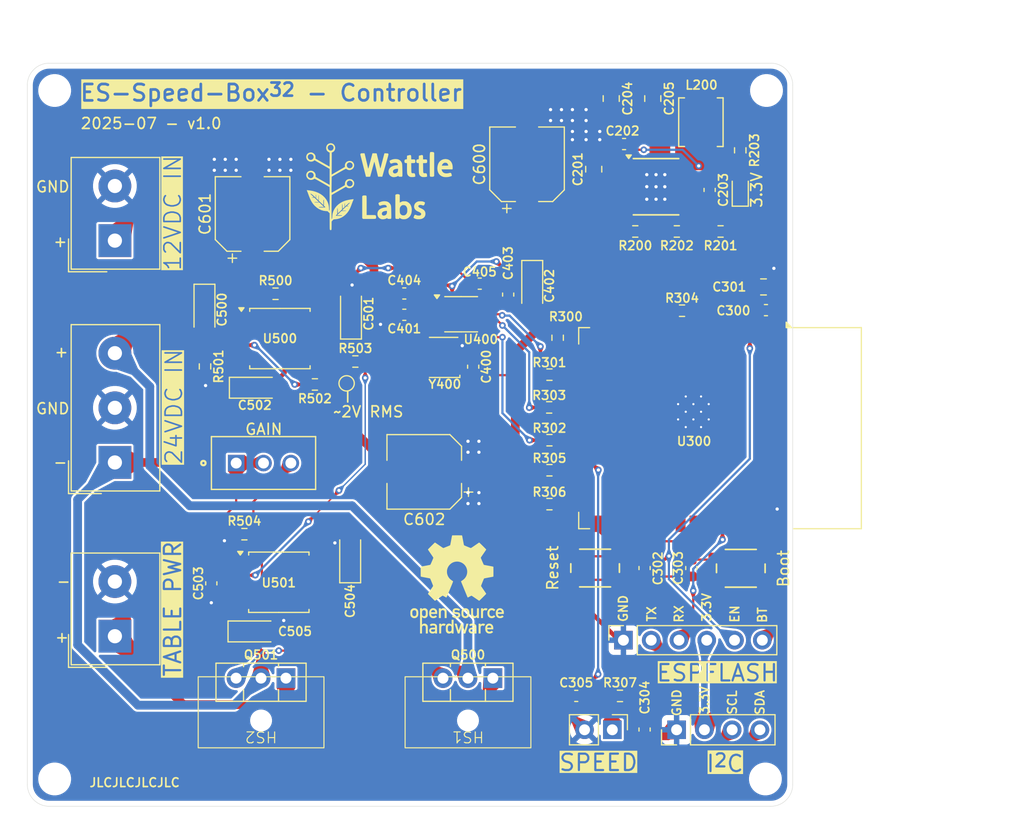
<source format=kicad_pcb>
(kicad_pcb (version 20241229) (generator "pcbnew") (generator_version "9.0")
  (title_block (company "Wattle Labs"))
  (layers (0 "F.Cu" signal "Front") (2 "B.Cu" signal "Back") (13 "F.Paste" user) (15 "B.Paste" user) (5 "F.SilkS" user "F.Silkscreen") (7 "B.SilkS" user "B.Silkscreen") (1 "F.Mask" user) (3 "B.Mask" user) (25 "Edge.Cuts" user))
  (property "DESIGNER" "Colin Williams")
  (property "PROJECT" "ES-Speed-Box^{32} - Controller")
  (property "STATUS" "PRELIM")
  (net 0 "")
  (net 1 "+24VDC")
  (net 2 "GND")
  (net 3 "+12VDC")
  (net 4 "Net-(U200-BST)")
  (net 5 "Net-(U200-SW)")
  (net 6 "Net-(U200-SS)")
  (net 7 "+3.3VDC")
  (net 8 "/MCU - ESP32S3/ENABLE")
  (net 9 "/MCU - ESP32S3/BOOT")
  (net 10 "/MCU - ESP32S3/ESP_TXD")
  (net 11 "/MCU - ESP32S3/ESP_RXD")
  (net 12 "-24VDC")
  (net 13 "/IO - Power Connectors/POWER_AMP_OUT")
  (net 14 "AGND")
  (net 15 "Net-(Q500-B)")
  (net 16 "Net-(U200-RT{slash}CLK)")
  (net 17 "Net-(U200-FB)")
  (net 18 "/MCU - ESP32S3/I2C_SDA")
  (net 19 "/MCU - ESP32S3/I2C_SCL")
  (net 47 "Net-(U400-MCLK)")
  (net 48 "Net-(U400-VOUT)")
  (net 49 "/IO - AD9833 DDS/SPI_CLK")
  (net 50 "/IO - AD9833 DDS/SPI_MOSI")
  (net 51 "/IO - AD9833 DDS/SPI_CS")
  (net 52 "Net-(U400-COMP)")
  (net 53 "Net-(U400-CAP{slash}2.5V)")
  (net 54 "Net-(U500-OUT)")
  (net 55 "Net-(U500-IN+)")
  (net 58 "Net-(U500-IN-)")
  (net 63 "Net-(U501-IN+)")
  (net 64 "Net-(U501-IN-)")
  (net 65 "/IO - AD9833 DDS/DDS_OUT")
  (net 66 "Net-(D200-A)")
  (net 67 "/MCU - ESP32S3/SPEED")
  (net 69 "/MCU - ESP32S3/CS")
  (net 70 "/MCU - ESP32S3/MOSI")
  (net 71 "/MCU - ESP32S3/CLK")
  (footprint "MountingHole:MountingHole_2.5mm" (layer "F.Cu") (at 127.6 32.5)
    (property "Reference" "H2" (hide yes))
    (property "Value" "MountingHole" (hide yes))
  )
  (footprint "Capacitor_SMD:C_0603_1608Metric" (layer "F.Cu") (at 101.375002 50.175)
    (property "Reference" "C405")
    (property "Value" "10p")
  )
  (footprint "Capacitor_Tantalum_SMD:CP_EIA-3216-18_Kemet-A" (layer "F.Cu") (at 106.175002 50.375 -90)
    (property "Reference" "C402")
    (property "Value" "10u")
  )
  (footprint "Capacitor_SMD:C_0603_1608Metric" (layer "F.Cu") (at 114.575 37.4 180)
    (property "Reference" "C202")
    (property "Value" "100n")
  )
  (footprint "Capacitor_Tantalum_SMD:CP_EIA-3216-18_Kemet-A" (layer "F.Cu") (at 80.8 59.7)
    (property "Reference" "C502")
    (property "Value" "1u")
  )
  (footprint "Resistor_SMD:R_0603_1608Metric" (layer "F.Cu") (at 79.85 73.1 180)
    (property "Reference" "R504")
    (property "Value" "1k")
  )
  (footprint "Resistor_SMD:R_0603_1608Metric" (layer "F.Cu") (at 76.25 57.75 -90)
    (property "Reference" "R501")
    (property "Value" "1k")
  )
  (footprint "MountingHole:MountingHole_2.5mm" (layer "F.Cu") (at 62.5 32.5)
    (property "Reference" "H1" (hide yes))
    (property "Value" "MountingHole" (hide yes))
  )
  (footprint "Resistor_SMD:R_0603_1608Metric" (layer "F.Cu") (at 107.725 61.5 180)
    (property "Reference" "R303")
    (property "Value" "100")
  )
  (footprint "Resistor_SMD:R_0603_1608Metric" (layer "F.Cu") (at 123.4 45.4 180)
    (property "Reference" "R201")
    (property "Value" "69.8k")
  )
  (footprint "Capacitor_SMD:CP_Elec_6.3x7.7" (layer "F.Cu") (at 80.6 43.8 90)
    (property "Reference" "C601")
    (property "Value" "47u")
  )
  (footprint "Resistor_SMD:R_0603_1608Metric" (layer "F.Cu") (at 107.75 67.25)
    (property "Reference" "R305")
    (property "Value" "4k7")
  )
  (footprint "Resistor_SMD:R_0603_1608Metric" (layer "F.Cu") (at 82.7 51.1)
    (property "Reference" "R500")
    (property "Value" "1k")
  )
  (footprint "Wattle_Trimpots:PV36W103C01B00" (layer "F.Cu") (at 81.6 66.594293)
    (property "Reference" "RV500" (hide yes))
    (property "Value" "10k")
  )
  (footprint "Wattle_Heatsinks:V5629" (layer "F.Cu") (at 100.3 89.650001 180)
    (property "Reference" "HS1")
    (property "Value" "Heatsink")
  )
  (footprint "Resistor_SMD:R_0603_1608Metric" (layer "F.Cu") (at 90 57.3 180)
    (property "Reference" "R503")
    (property "Value" "0R")
  )
  (footprint "Package_TO_SOT_THT:TO-126-3_Vertical" (layer "F.Cu") (at 102.575 86.275002 180)
    (property "Reference" "Q500")
    (property "Value" "BD139")
  )
  (footprint "Wattle_Inductors:Bournes_SRP4020TA-4R7M" (layer "F.Cu") (at 121.6 35.4 90)
    (property "Reference" "L200")
    (property "Value" "4.7uH")
  )
  (footprint "Capacitor_SMD:C_0603_1608Metric" (layer "F.Cu") (at 116.45 76.2 -90)
    (property "Reference" "C302")
    (property "Value" "100n")
  )
  (footprint "Capacitor_SMD:C_0603_1608Metric" (layer "F.Cu") (at 120.725 76.2 -90)
    (property "Reference" "C303")
    (property "Value" "100n")
  )
  (footprint "Resistor_SMD:R_0603_1608Metric" (layer "F.Cu") (at 107.75 58.5 180)
    (property "Reference" "R301")
    (property "Value" "100")
  )
  (footprint "RF_Module:ESP32-S3-WROOM-1" (layer "F.Cu") (at 123.375 63.4 -90)
    (property "Reference" "U300")
    (property "Value" "ESP32-S3-WROOM-1")
  )
  (footprint "Resistor_SMD:R_0603_1608Metric" (layer "F.Cu") (at 115.6 45.4)
    (property "Reference" "R200")
    (property "Value" "200k")
  )
  (footprint "Wattle_Switches:PTS810" (layer "F.Cu") (at 125.25 76.225 180)
    (property "Reference" "SW301")
    (property "Value" "Boot")
  )
  (footprint "Capacitor_SMD:C_0603_1608Metric" (layer "F.Cu") (at 94.475001 51.075001)
    (property "Reference" "C404")
    (property "Value" "10n")
  )
  (footprint "Resistor_SMD:R_0603_1608Metric" (layer "F.Cu") (at 114.2 87.9)
    (property "Reference" "R307")
    (property "Value" "10k")
  )
  (footprint "MountingHole:MountingHole_2.5mm" (layer "F.Cu") (at 62.5 95.5)
    (property "Reference" "H3" (hide yes))
    (property "Value" "MountingHole" (hide yes))
  )
  (footprint "Capacitor_SMD:C_0603_1608Metric" (layer "F.Cu") (at 116.45 90.975 -90)
    (property "Reference" "C304")
    (property "Value" "100n")
  )
  (footprint "Capacitor_SMD:C_0805_2012Metric" (layer "F.Cu") (at 113.4 33.2375 -90)
    (property "Reference" "C204")
    (property "Value" "22u")
  )
  (footprint "Capacitor_Tantalum_SMD:CP_EIA-3216-18_Kemet-A" (layer "F.Cu") (at 89.525 75.225 90)
    (property "Reference" "C504")
    (property "Value" "1u")
  )
  (footprint "Capacitor_SMD:C_0603_1608Metric" (layer "F.Cu") (at 122.4 41.6 90)
    (property "Reference" "C203")
    (property "Value" "10n")
  )
  (footprint "Capacitor_SMD:C_0603_1608Metric" (layer "F.Cu") (at 127.55 52.6)
    (property "Reference" "C300")
    (property "Value" "100n")
  )
  (footprint "Package_SO:MSOP-10_3x3mm_P0.5mm" (layer "F.Cu") (at 99.675001 52.975)
    (property "Reference" "U400")
    (property "Value" "AD9833BRMZ")
  )
  (footprint "Capacitor_SMD:CP_Elec_6.3x7.7" (layer "F.Cu") (at 96.3 67.4 180)
    (property "Reference" "C602")
    (property "Value" "47u")
  )
  (footprint "Wattle_Regulators:AP64352QSP-13" (layer "F.Cu") (at 117.4975 41.305)
    (property "Reference" "U200" (hide yes))
    (property "Value" "AP64352Q")
  )
  (footprint "Resistor_SMD:R_0603_1608Metric" (layer "F.Cu") (at 107.75 70.35)
    (property "Reference" "R306")
    (property "Value" "4k7")
  )
  (footprint "Capacitor_SMD:C_0603_1608Metric" (layer "F.Cu") (at 94.475001 53.025 180)
    (property "Reference" "C401")
    (property "Value" "100n")
  )
  (footprint "Capacitor_SMD:CP_Elec_6.3x7.7" (layer "F.Cu") (at 105.7 39.25 90)
    (property "Reference" "C600")
    (property "Value" "47u")
  )
  (footprint "Wattle_Connectors:TerminalBlock_1x03_P5.00mm" (layer "F.Cu") (at 68.0075 66.5375 90)
    (property "Reference" "J601" (hide yes))
    (property "Value" "24VDC")
  )
  (footprint "Connector_PinHeader_2.54mm:PinHeader_1x02_P2.54mm_Vertical" (layer "F.Cu") (at 113.5 91 -90)
    (property "Reference" "J302")
    (property "Value" "Speed" (hide yes))
  )
  (footprint "Resistor_SMD:R_0603_1608Metric" (layer "F.Cu") (at 107.75 64.5 180)
    (property "Reference" "R302")
    (property "Value" "100")
  )
  (footprint "LED_SMD:LED_0603_1608Metric" (layer "F.Cu") (at 125.2 41.6 90)
    (property "Reference" "D200" (hide yes))
    (property "Value" "3.3V")
  )
  (footprint "Resistor_SMD:R_0603_1608Metric" (layer "F.Cu") (at 119.4 45.4 180)
    (property "Reference" "R202")
    (property "Value" "22.1k")
  )
  (footprint "Capacitor_SMD:C_0603_1608Metric" (layer "F.Cu") (at 76.825 77.6 -90)
    (property "Reference" "C503")
    (property "Value" "470n")
  )
  (footprint "Connector_PinSocket_2.54mm:PinSocket_1x06_P2.54mm_Vertical" (layer "F.Cu") (at 114.515 82.8 90)
    (property "Reference" "J300" (hide yes))
    (property "Value" "ESPFlash")
  )
  (footprint "Wattle_Switches:PTS810" (layer "F.Cu") (at 111.925 76.2 180)
    (property "Reference" "SW300")
    (property "Value" "Reset")
  )
  (footprint "Resistor_SMD:R_0603_1608Metric" (layer "F.Cu") (at 86.3 59.4 180)
    (property "Reference" "R502")
    (property "Value" "1k")
  )
  (footprint "Package_SO:SOIC-8_5.3x5.3mm_P1.27mm" (layer "F.Cu") (at 83 77.5)
    (property "Reference" "U501")
    (property "Value" "OPA604AU/2K5")
  )
  (footprint "Oscillator:Oscillator_SMD_EuroQuartz_XO32-4Pin_3.2x2.5mm" (layer "F.Cu") (at 98.074999 56.925 180)
    (property "Reference" "Y400")
    (property "Value" "24Mhz")
  )
  (footprint "Capacitor_SMD:C_0603_1608Metric" (layer "F.Cu") (at 103.975002 51.175 90)
    (property "Reference" "C403")
    (property "Value" "100n")
  )
  (footprint "Capacitor_Tantalum_SMD:CP_EIA-3216-18_Kemet-A" (layer "F.Cu") (at 80.675 82)
    (property "Reference" "C505")
    (property "Value" "1u")
  )
  (footprint "Capacitor_Tantalum_SMD:CP_EIA-3216-18_Kemet-A" (layer "F.Cu") (at 76.2 52.55 -90)
    (property "Reference" "C500")
    (property "Value" "10u")
  )
  (footprint "Wattle_Heatsinks:V5629" (layer "F.Cu") (at 81.377499 89.650001 180)
    (property "Reference" "HS2")
    (property "Value" "Heatsink")
  )
  (footprint "Wattle_Connectors:TerminalBlock_1x02_P5.00mm" (layer "F.Cu") (at 68.0075 82.437501 90)
    (property "Reference" "J602" (hide yes))
    (property "Value" "Turntable Power" (hide yes))
  )
  (footprint "LOGO" (layer "F.Cu") (at 92.2 41.3)
    (property "Reference" "G***" (hide yes))
    (property "Value" "LOGO" (hide yes))
  )
  (footprint "Capacitor_SMD:C_0603_1608Metric" (layer "F.Cu") (at 100.775001 57.775 90)
    (property "Reference" "C400")
    (property "Value" "100n")
  )
  (footprint "Resistor_SMD:R_0603_1608Metric" (layer "F.Cu") (at 125.2 37.975 -90)
    (property "Reference" "R203")
    (property "Value" "1k5")
  )
  (footprint "Capacitor_SMD:C_0805_2012Metric" (layer "F.Cu") (at 117.2 33.2375 -90)
    (property "Reference" "C205")
    (property "Value" "22u")
  )
  (footprint "NetTie:NetTie-2_SMD_Pad0.5mm" (layer "F.Cu") (at 99.675001 52.975)
    (property "Reference" "NT400" (hide yes))
    (property "Value" "NetTie_2" (hide yes))
  )
  (footprint "Connector_PinHeader_2.54mm:PinHeader_1x04_P2.54mm_Vertical" (layer "F.Cu") (at 119.38 91 90)
    (property "Reference" "J301")
    (property "Value" "I2C")
  )
  (footprint "LOGO" (layer "F.Cu") (at 99.3 77.7)
    (property "Reference" "G***" (hide yes))
    (property "Value" "LOGO" (hide yes))
  )
  (footprint "Package_TO_SOT_THT:TO-126-3_Vertical" (layer "F.Cu") (at 83.652499 86.275002 180)
    (property "Reference" "Q501")
    (property "Value" "BD140")
  )
  (footprint "Resistor_SMD:R_0603_1608Metric" (layer "F.Cu") (at 108.5 55.125 90)
    (property "Reference" "R300")
    (property "Value" "10k")
  )
  (footprint "Capacitor_SMD:C_0805_2012Metric" (layer "F.Cu") (at 127.325 50.475)
    (property "Reference" "C301")
    (property "Value" "22u")
  )
  (footprint "TestPoint:TestPoint_Pad_D1.0mm" (layer "F.Cu") (at 89.2 59.3 90)
    (property "Reference" "TP500" (hide yes))
    (property "Value" "~2V RMS")
  )
  (footprint "Capacitor_Tantalum_SMD:CP_EIA-3216-18_Kemet-A" (layer "F.Cu") (at 89.6 52.925 90)
    (property "Reference" "C501")
    (property "Value" "1u")
  )
  (footprint "Resistor_SMD:R_0603_1608Metric" (layer "F.Cu") (at 119.875 52.65 180)
    (property "Reference" "R304")
    (property "Value" "10k")
  )
  (footprint "MountingHole:MountingHole_2.5mm" (layer "F.Cu") (at 127.5 95.5)
    (property "Reference" "H4" (hide yes))
    (property "Value" "MountingHole" (hide yes))
  )
  (footprint "Wattle_Connectors:TerminalBlock_1x02_P5.00mm" (layer "F.Cu") (at 68.0075 46.2375 90)
    (property "Reference" "J600" (hide yes))
    (property "Value" "12VDC" (hide yes))
  )
  (footprint "Package_SO:SOIC-8_5.3x5.3mm_P1.27mm" (layer "F.Cu") (at 83.1 55.2)
    (property "Reference" "U500")
    (property "Value" "OPA604AU/2K5")
  )
  (footprint "Capacitor_SMD:C_0603_1608Metric" (layer "F.Cu") (at 110.2 87.9 180)
    (property "Reference" "C305")
    (property "Value" "100n")
  )
  (footprint "Capacitor_SMD:C_0805_2012Metric" (layer "F.Cu") (at 111.8 39.7 90)
    (property "Reference" "C201")
    (property "Value" "22u")
  )
  (gr_line (start 89.3 61) (end 89.3 60) (stroke (width 0.1524)) (layer "F.SilkS"))
  (gr_line (start 62 30) (end 128 30) (stroke (width 0.0381)) (layer "Edge.Cuts"))
  (gr_arc (start 62 98) (mid 60.585786 97.414214) (end 60 96) (stroke (width 0.0381)) (layer "Edge.Cuts"))
  (gr_line (start 130 32) (end 130 96) (stroke (width 0.0381)) (layer "Edge.Cuts"))
  (gr_arc (start 130 96) (mid 129.414214 97.414214) (end 128 98) (stroke (width 0.0381)) (layer "Edge.Cuts"))
  (gr_arc (start 60 32) (mid 60.585786 30.585786) (end 62 30) (stroke (width 0.0381)) (layer "Edge.Cuts"))
  (gr_line (start 60 96) (end 60 32) (stroke (width 0.0381)) (layer "Edge.Cuts"))
  (gr_line (start 128 98) (end 62 98) (stroke (width 0.0381)) (layer "Edge.Cuts"))
  (gr_arc (start 128 30) (mid 129.414214 30.585786) (end 130 32) (stroke (width 0.0381)) (layer "Edge.Cuts"))
  (gr_text "+" (at 62.4 57 0) (layer "F.SilkS") (effects (font (size 1 1)) (justify left bottom)))
  (gr_text "GND" (at 114.5 79.9 90) (layer "F.SilkS") (effects (font (size 0.8 0.8))))
  (gr_text "+" (at 62.3 46.9 0) (layer "F.SilkS") (effects (font (size 1 1)) (justify left bottom)))
  (gr_text "GND" (at 60.7 62.2 0) (layer "F.SilkS") (effects (font (size 1 1)) (justify left bottom)))
  (gr_text "EN" (at 124.7 80.4 90) (layer "F.SilkS") (effects (font (size 0.8 0.8))))
  (gr_text "BT" (at 127.225 80.5 90) (layer "F.SilkS") (effects (font (size 0.8 0.8))))
  (gr_text "RX" (at 119.6 80.4 90) (layer "F.SilkS") (effects (font (size 0.8 0.8))))
  (gr_text "JLCJLCJLCJLC" (at 65.6 96.3 0) (layer "F.SilkS") (effects (font (size 0.8 0.8)) (justify left bottom)))
  (gr_text "GND" (at 119.4 88.525 90) (layer "F.SilkS") (effects (font (size 0.8 0.8))))
  (gr_text "TX" (at 117.1 80.4 90) (layer "F.SilkS") (effects (font (size 0.8 0.8))))
  (gr_text "SDA" (at 127 88.5 90) (layer "F.SilkS") (effects (font (size 0.8 0.8))))
  (gr_text "GND" (at 60.7 41.9 0) (layer "F.SilkS") (effects (font (size 1 1)) (justify left bottom)))
  (gr_text "3.3V" (at 121.925 88.3 90) (layer "F.SilkS") (effects (font (size 0.8 0.8))))
  (gr_text "3.3V" (at 122.125 79.8 90) (layer "F.SilkS") (effects (font (size 0.8 0.8))))
  (gr_text "ES-Speed-Box^{32} - Controller" (at 64.7 33.6 0) (layer "F.SilkS" knockout) (effects (font (size 1.5 1.5) (thickness 0.25) (bold yes)) (justify left bottom)))
  (gr_text "-" (at 62.6 78 0) (layer "F.SilkS") (effects (font (size 1 1)) (justify left bottom)))
  (gr_text "+" (at 62.45 83.1 0) (layer "F.SilkS") (effects (font (size 1 1)) (justify left bottom)))
  (gr_text "-" (at 62.3 67.1 0) (layer "F.SilkS") (effects (font (size 1 1)) (justify left bottom)))
  (gr_text "2025-07 - v1.0" (at 64.8 36.1 0) (layer "F.SilkS") (effects (font (size 1 1)) (justify left bottom)))
  (gr_text "SCL" (at 124.475 88.5 90) (layer "F.SilkS") (effects (font (size 0.8 0.8))))
  (segment (start 86.5875 76.865) (end 88.8875 76.865) (width 0.6) (layer "F.Cu") (net 1))
  (segment (start 89.525 76.5775) (end 90.5975 76.5775) (width 0.2) (layer "F.Cu") (net 1))
  (segment (start 91.7 52.1775) (end 91.7 48.675793) (width 0.8) (layer "F.Cu") (net 1))
  (segment (start 90.873207 47.849) (end 76.351 47.849) (width 0.8) (layer "F.Cu") (net 1))
  (segment (start 88.8875 76.865) (end 89.5 76.2525) (width 0.6) (layer "F.Cu") (net 1))
  (segment (start 68 56.2) (end 68 57.284576) (width 0.8) (layer "F.Cu") (net 1))
  (segment (start 100.295001 86.275001) (end 100.295001 86.275002) (width 0.2) (layer "F.Cu") (net 1))
  (segment (start 91.7 48.675793) (end 90.873207 47.849) (width 0.8) (layer "F.Cu") (net 1))
  (segment (start 76.351 47.849) (end 68 56.2) (width 0.8) (layer "F.Cu") (net 1))
  (segment (start 89.3125 54.565) (end 89.6 54.2775) (width 0.4) (layer "F.Cu") (net 1))
  (segment (start 86.6875 54.565) (end 89.3125 54.565) (width 0.6) (layer "F.Cu") (net 1))
  (segment (start 89.6 54.2775) (end 91.7 52.1775) (width 0.8) (layer "F.Cu") (net 1))
  (segment (start 90.5975 76.5775) (end 100.295001 86.275001) (width 0.2) (layer "F.Cu") (net 1))
  (segment (start 71.2 59.6) (end 71.2 66.85) (width 0.8) (layer "B.Cu") (net 1))
  (segment (start 68.1375 56.5375) (end 71.2 59.6) (width 0.8) (layer "B.Cu") (net 1))
  (segment (start 68 56.5375) (end 68.1375 56.5375) (width 0.8) (layer "B.Cu") (net 1))
  (segment (start 100.295001 81.095001) (end 100.295001 86.275002) (width 0.8) (layer "B.Cu") (net 1))
  (segment (start 89.7 70.5) (end 100.295001 81.095001) (width 0.8) (layer "B.Cu") (net 1))
  (segment (start 71.2 66.85) (end 74.85 70.5) (width 0.8) (layer "B.Cu") (net 1))
  (segment (start 74.85 70.5) (end 89.7 70.5) (width 0.8) (layer "B.Cu") (net 1))
  (segment (start 82.0275 82) (end 82.35 82) (width 0.127) (layer "F.Cu") (net 2))
  (segment (start 89.7 50.5) (end 89.6 50.6) (width 0.4) (layer "F.Cu") (net 2))
  (segment (start 125.2 42.587501) (end 124.162501 42.587501) (width 0.2) (layer "F.Cu") (net 2))
  (segment (start 128.275 52.55) (end 128.325 52.6) (width 0.6) (layer "F.Cu") (net 2))
  (segment (start 89.1275 51.1) (end 89.6 51.5725) (width 0.4) (layer "F.Cu") (net 2))
  (segment (start 79.025 73.1) (end 78.625 73.1) (width 0.4) (layer "F.Cu") (net 2))
  (segment (start 98.85 55.85) (end 98.850001 53.300003) (width 0.2) (layer "F.Cu") (net 2))
  (segment (start 128.635 54.65) (end 128.635 52.91) (width 0.8) (layer "F.Cu") (net 2))
  (segment (start 128.635 70.86) (end 128.635 72.15) (width 0.4) (layer "F.Cu") (net 2))
  (segment (start 114.4856 76.975) (end 114.185601 77.274999) (width 0.2) (layer "F.Cu") (net 2))
  (segment (start 89.175 73.8725) (end 89.5 73.5475) (width 0.4) (layer "F.Cu") (net 2))
  (segment (start 100.775 57) (end 100.775001 56.85) (width 0.2) (layer "F.Cu") (net 2))
  (segment (start 128.275 50.475) (end 128.275 52.55) (width 0.8) (layer "F.Cu") (net 2))
  (segment (start 89.7 50.3) (end 89.7 50.5) (width 0.4) (layer "F.Cu") (net 2))
  (segment (start 121.2 76.975) (end 121.499999 77.274999) (width 0.4) (layer "F.Cu") (net 2))
  (segment (start 83.525 58.3275) (end 83.525 51.1) (width 0.4) (layer "F.Cu") (net 2))
  (segment (start 128.035601 77.274999) (end 123.514399 77.274999) (width 0.2) (layer "F.Cu") (net 2))
  (segment (start 98.675004 53.475) (end 97.562501 53.475) (width 0.2) (layer "F.Cu") (net 2))
  (segment (start 122.964399 77.274999) (end 122.989399 77.299999) (width 0.2) (layer "F.Cu") (net 2))
  (segment (start 124.162501 42.587501) (end 122.4 40.825) (width 0.2) (layer "F.Cu") (net 2))
  (segment (start 83.35 81) (end 83.45 81) (width 0.4) (layer "F.Cu") (net 2))
  (segment (start 78.625 73.1) (end 78.025 73.7) (width 0.4) (layer "F.Cu") (net 2))
  (segment (start 82.1525 59.7) (end 83.525 58.3275) (width 0.4) (layer "F.Cu") (net 2))
  (segment (start 114.185601 77.274999) (end 109.664399 77.274999) (width 0.2) (layer "F.Cu") (net 2))
  (segment (start 99.175003 52.975) (end 98.675004 53.475) (width 0.2) (layer "F.Cu") (net 2))
  (segment (start 88.4225 73.8725) (end 89.175 73.8725) (width 0.4) (layer "F.Cu") (net 2))
  (segment (start 121.224999 77.274999) (end 120.925 76.975) (width 0.2) (layer "F.Cu") (net 2))
  (segment (start 99.775002 55.85) (end 98.85 55.85) (width 0.2) (layer "F.Cu") (net 2))
  (segment (start 88.395 73.9) (end 88.4225 73.8725) (width 0.4) (layer "F.Cu") (net 2))
  (segment (start 76.825 78.375) (end 76.825 79.375) (width 0.4) (layer "F.Cu") (net 2))
  (segment (start 93.700001 53.025) (end 93.175 53.025) (width 0.2) (layer "F.Cu") (net 2))
  (segment (start 120.725 76.975) (end 121.2 76.975) (width 0.2) (layer "F.Cu") (net 2))
  (segment (start 109.664399 78.374399) (end 109.664399 77.274999) (width 0.4) (layer "F.Cu") (net 2))
  (segment (start 116.45 91.75) (end 118.63 91.75) (width 0.4) (layer "F.Cu") (net 2))
  (segment (start 118.63 91.75) (end 119.38 91) (width 0.4) (layer "F.Cu") (net 2))
  (segment (start 128.275 50.475) (end 128.275 48.775) (width 0.8) (layer "F.Cu") (net 2))
  (segment (start 93.175 53.025) (end 92.3 53.9) (width 0.2) (layer "F.Cu") (net 2))
  (segment (start 116.45 76.975) (end 114.4856 76.975) (width 0.2) (layer "F.Cu") (net 2))
  (segment (start 128.575 70.8) (end 128.635 70.86) (width 0.4) (layer "F.Cu") (net 2))
  (segment (start 76.25 58.575) (end 76.25 59.45) (width 0.4) (layer "F.Cu") (net 2))
  (segment (start 128.635 52.91) (end 128.325 52.6) (width 0.8) (layer "F.Cu") (net 2))
  (segment (start 83.525 51.1) (end 89.1275 51.1) (width 0.4) (layer "F.Cu") (net 2))
  (segment (start 120.725 76.975) (end 116.45 76.975) (width 0.2) (layer "F.Cu") (net 2))
  (segment (start 114.515 83.225) (end 109.664399 78.374399) (width 0.4) (layer "F.Cu") (net 2))
  (segment (start 120.925 76.975) (end 120.725 76.975) (width 0.2) (layer "F.Cu") (net 2))
  (segment (start 82.35 82) (end 83.35 81) (width 0.4) (layer "F.Cu") (net 2))
  (segment (start 89.6 50.6) (end 89.6 51.5725) (width 0.4) (layer "F.Cu") (net 2))
  (segment (start 76.25 59.45) (end 76.3 59.5) (width 0.4) (layer "F.Cu") (net 2))
  (segment (start 100.775001 56.85) (end 99.775002 55.85) (width 0.2) (layer "F.Cu") (net 2))
  (segment (start 121.499999 77.274999) (end 122.964399 77.274999) (width 0.2) (layer "F.Cu") (net 2))
  (segment (start 109.425 89.465) (end 110.96 91) (width 0.4) (layer "F.Cu") (net 2))
  (segment (start 88.125 73.9) (end 88.395 73.9) (width 0.4) (layer "F.Cu") (net 2))
  (segment (start 98.850001 53.300003) (end 99.175003 52.975) (width 0.2) (layer "F.Cu") (net 2))
  (segment (start 109.425 87.9) (end 109.425 89.465) (width 0.4) (layer "F.Cu") (net 2))
  (via (at 100.3 65.6) (size 0.6) (drill 0.3) (layers "F.Cu" "B.Cu") (net 2))
  (via (at 77.1 38.8) (size 0.6) (drill 0.3) (layers "F.Cu" "B.Cu") (net 2))
  (via (at 84.1 39.8) (size 0.6) (drill 0.3) (layers "F.Cu" "B.Cu") (net 2))
  (via (at 117.4975 40.2) (size 0.6) (drill 0.3) (layers "F.Cu" "B.Cu") (net 2))
  (via (at 128.275 48.775) (size 0.6) (drill 0.3) (layers "F.Cu" "B.Cu") (net 2))
  (via (at 82.1 38.8) (size 0.6) (drill 0.3) (layers "F.Cu" "B.Cu") (net 2))
  (via (at 118.3 42.45) (size 0.6) (drill 0.3) (layers "F.Cu" "B.Cu") (net 2))
  (via (at 111.1 35.25) (size 0.6) (drill 0.3) (layers "F.Cu" "B.Cu") (net 2))
  (via (at 109.85 36.25) (size 0.6) (drill 0.3) (layers "F.Cu" "B.Cu") (net 2))
  (via (at 101.3 64.6) (size 0.6) (drill 0.3) (layers "F.Cu" "B.Cu") (net 2))
  (via (at 78.1 38.8) (size 0.6) (drill 0.3) (layers "F.Cu" "B.Cu") (net 2))
  (via (at 83.1 39.8) (size 0.6) (drill 0.3) (layers "F.Cu" "B.Cu") (net 2))
  (via (at 88.125 73.9) (size 0.6) (drill 0.3) (layers "F.Cu" "B.Cu") (net 2))
  (via (at 111.1 34.25) (size 0.6) (drill 0.3) (layers "F.Cu" "B.Cu") (net 2))
  (via (at 108.85 34.25) (size 0.6) (drill 0.3) (layers "F.Cu" "B.Cu") (net 2))
  (via (at 89.7 50.3) (size 0.6) (drill 0.3) (layers "F.Cu" "B.Cu") (net 2))
  (via (at 128.575 70.8) (size 0.6) (drill 0.3) (layers "F.Cu" "B.Cu") (net 2))
  (via (at 83.1 38.8) (size 0.6) (drill 0.3) (layers "F.Cu" "B.Cu") (net 2))
  (via (at 109.85 35.25) (size 0.6) (drill 0.3) (layers "F.Cu" "B.Cu") (net 2))
  (via (at 99.775002 55.85) (size 0.6) (drill 0.3) (layers "F.Cu" "B.Cu") (net 2))
  (via (at 78.1 39.8) (size 0.6) (drill 0.3) (layers "F.Cu" "B.Cu") (net 2))
  (via (at 117.4975 41.305) (size 0.6) (drill 0.3) (layers "F.Cu" "B.Cu") (net 2))
  (via (at 77.1 39.8) (size 0.6) (drill 0.3) (layers "F.Cu" "B.Cu") (net 2))
  (via (at 116.65 42.45) (size 0.6) (drill 0.3) (layers "F.Cu" "B.Cu") (net 2))
  (via (at 79.1 39.8) (size 0.6) (drill 0.3) (layers "F.Cu" "B.Cu") (net 2))
  (via (at 109.85 37) (size 0.6) (drill 0.3) (layers "F.Cu" "B.Cu") (net 2))
  (via (at 116.65 40.2) (size 0.6) (drill 0.3) (layers "F.Cu" "B.Cu") (net 2))
  (via (at 78.025 73.7) (size 0.6) (drill 0.3) (layers "F.Cu" "B.Cu") (net 2))
  (via (at 111.1 37) (size 0.6) (drill 0.3) (layers "F.Cu" "B.Cu") (net 2))
  (via (at 107.85 34.25) (size 0.6) (drill 0.3) (layers "F.Cu" "B.Cu") (net 2))
  (via (at 76.3 59.5) (size 0.6) (drill 0.3) (layers "F.Cu" "B.Cu") (net 2))
  (via (at 112.35 36.25) (size 0.6) (drill 0.3) (layers "F.Cu" "B.Cu") (net 2))
  (via (at 118.3 40.2) (size 0.6) (drill 0.3) (layers "F.Cu" "B.Cu") (net 2))
  (via (at 79.1 38.8) (size 0.6) (drill 0.3) (layers "F.Cu" "B.Cu") (net 2))
  (via (at 100.3 70.3) (size 0.6) (drill 0.3) (layers "F.Cu" "B.Cu") (net 2))
  (via (at 101.3 69.3) (size 0.6) (drill 0.3) (layers "F.Cu" "B.Cu") (net 2))
  (via (at 101.3 70.3) (size 0.6) (drill 0.3) (layers "F.Cu" "B.Cu") (net 2))
  (via (at 76.825 79.375) (size 0.6) (drill 0.3) (layers "F.Cu" "B.Cu") (net 2))
  (via (at 112.35 37) (size 0.6) (drill 0.3) (layers "F.Cu" "B.Cu") (net 2))
  (via (at 118.3 41.305) (size 0.6) (drill 0.3) (layers "F.Cu" "B.Cu") (net 2))
  (via (at 109.85 34.25) (size 0.6) (drill 0.3) (layers "F.Cu" "B.Cu") (net 2))
  (via (at 83.45 81) (size 0.6) (drill 0.3) (layers "F.Cu" "B.Cu") (net 2))
  (via (at 100.3 64.6) (size 0.6) (drill 0.3) (layers "F.Cu" "B.Cu") (net 2))
  (via (at 100.3 69.3) (size 0.6) (drill 0.3) (layers "F.Cu" "B.Cu") (net 2))
  (via (at 101.3 65.6) (size 0.6) (drill 0.3) (layers "F.Cu" "B.Cu") (net 2))
  (via (at 108.85 35.25) (size 0.6) (drill 0.3) (layers "F.Cu" "B.Cu") (net 2))
  (via (at 111.1 36.25) (size 0.6) (drill 0.3) (layers "F.Cu" "B.Cu") (net 2))
  (via (at 117.5 42.45) (size 0.6) (drill 0.3) (layers "F.Cu" "B.Cu") (net 2))
  (via (at 107.85 35.25) (size 0.6) (drill 0.3) (layers "F.Cu" "B.Cu") (net 2))
  (via (at 82.1 39.8) (size 0.6) (drill 0.3) (layers "F.Cu" "B.Cu") (net 2))
  (via (at 92.3 53.9) (size 0.6) (drill 0.3) (layers "F.Cu" "B.Cu") (net 2))
  (via (at 84.1 38.8) (size 0.6) (drill 0.3) (layers "F.Cu" "B.Cu") (net 2))
  (via (at 116.65 41.3) (size 0.6) (drill 0.3) (layers "F.Cu" "B.Cu") (net 2))
  (segment (start 78.2 35.3) (end 97 35.3) (width 0.8) (layer "F.Cu") (net 3))
  (segment (start 97 35.3) (end 103.65 41.95) (width 0.8) (layer "F.Cu") (net 3))
  (segment (start 103.65 41.95) (end 105.7 41.95) (width 0.8) (layer "F.Cu") (net 3))
  (segment (start 111.8 40.65) (end 107 40.65) (width 0.8) (layer "F.Cu") (net 3))
  (segment (start 68.0075 46.2375) (end 68.0075 45.4925) (width 0.8) (layer "F.Cu") (net 3))
  (segment (start 68 46.3) (end 68 46.1) (width 0.8) (layer "F.Cu") (net 3))
  (segment (start 107 40.65) (end 105.7 41.95) (width 0.8) (layer "F.Cu") (net 3))
  (segment (start 68.0075 45.4925) (end 78.2 35.3) (width 0.8) (layer "F.Cu") (net 3))
  (segment (start 111.8925 40.67) (end 115 40.67) (width 0.8) (layer "F.Cu") (net 3))
  (segment (start 115 38.9) (end 113.937499 37.837499) (width 0.2) (layer "F.Cu") (net 4))
  (segment (start 115 39.4) (end 115 38.9) (width 0.2) (layer "F.Cu") (net 4))
  (segment (start 113.937499 37.837499) (end 113.937499 37.4) (width 0.2) (layer "F.Cu") (net 4))
  (segment (start 116.375 37.925) (end 115.875 37.925) (width 0.2) (layer "F.Cu") (net 5))
  (segment (start 121.4 39.4) (end 119.995 39.4) (width 0.2) (layer "F.Cu") (net 5))
  (segment (start 115.875 37.925) (end 115.35 37.4) (width 0.2) (layer "F.Cu") (net 5))
  (via (at 116.375 37.925) (size 0.6) (drill 0.3) (layers "F.Cu" "B.Cu") (net 5))
  (via (at 121.4 39.4) (size 0.6) (drill 0.3) (layers "F.Cu" "B.Cu") (net 5))
  (segment (start 119.925 37.925) (end 121.4 39.4) (width 0.2) (layer "B.Cu") (net 5))
  (segment (start 119.925 37.925) (end 116.375 37.925) (width 0.2) (layer "B.Cu") (net 5))
  (segment (start 121.877499 41.94) (end 122.4 42.462501) (width 0.2) (layer "F.Cu") (net 6))
  (segment (start 119.995 41.94) (end 121.877499 41.94) (width 0.2) (layer "F.Cu") (net 6))
  (segment (start 104.625 90.7) (end 108.227 94.302) (width 0.8) (layer "F.Cu") (net 7))
  (segment (start 112.3 48.75) (end 107.6125 53.4375) (width 0.8) (layer "F.Cu") (net 7))
  (segment (start 104.612501 49.762501) (end 103.975002 50.4) (width 0.6) (layer "F.Cu") (net 7))
  (segment (start 126.3 48.75) (end 119.025 48.75) (width 0.8) (layer "F.Cu") (net 7))
  (segment (start 127.426 93.599) (end 128.8 92.225) (width 0.8) (layer "F.Cu") (net 7))
  (segment (start 100.775001 58.55) (end 104.525 58.55) (width 0.2) (layer "F.Cu") (net 7))
  (segment (start 94.476001 50.299001) (end 98.749001 50.299001) (width 0.2) (layer "F.Cu") (net 7))
  (segment (start 126.3 50.4) (end 126.375 50.475) (width 0.4) (layer "F.Cu") (net 7))
  (segment (start 100.775001 58.55) (end 99.4 58.55) (width 0.2) (layer "F.Cu") (net 7))
  (segment (start 106.175002 49.0225) (end 105.352502 49.0225) (width 0.6) (layer "F.Cu") (net 7))
  (segment (start 124.349999 33.549999) (end 128.3 37.5) (width 0.8) (layer "F.Cu") (net 7))
  (segment (start 119.025 48.75) (end 112.3 48.75) (width 0.8) (layer "F.Cu") (net 7))
  (segment (start 126.375 50.475) (end 126.375 52.2) (width 0.8) (layer "F.Cu") (net 7))
  (segment (start 97.3 58) (end 98.850001 58) (width 0.2) (layer "F.Cu") (net 7))
  (segment (start 106.925 70.35) (end 106.925 67.25) (width 0.2) (layer "F.Cu") (net 7))
  (segment (start 93.700001 51.075001) (end 94.476001 50.299001) (width 0.2) (layer "F.Cu") (net 7))
  (segment (start 126.375 52.2) (end 126.775 52.6) (width 0.8) (layer "F.Cu") (net 7))
  (segment (start 120.15 88.6) (end 121.92 90.37) (width 0.6) (layer "F.Cu") (net 7))
  (segment (start 127.1 53.4) (end 127.1 52.925) (width 0.8) (layer "F.Cu") (net 7))
  (segment (start 128.8 90.025) (end 127.375 88.6) (width 0.8) (layer "F.Cu") (net 7))
  (segment (start 106.175002 49.0225) (end 112.0275 49.0225) (width 0.6) (layer "F.Cu") (net 7))
  (segment (start 112.0275 49.0225) (end 112.3 48.75) (width 0.6) (layer "F.Cu") (net 7))
  (segment (start 99.4 58.55) (end 98.850001 58) (width 0.2) (layer "F.Cu") (net 7))
  (segment (start 107.6125 53.4375) (end 107.075 53.975) (width 0.8) (layer "F.Cu") (net 7))
  (segment (start 127.7 45.4) (end 128.3 46) (width 0.2) (layer "F.Cu") (net 7))
  (segment (start 126.3 48.75) (end 126.3 50.4) (width 0.8) (layer "F.Cu") (net 7))
  (segment (start 121.92 90.37) (end 121.92 91) (width 0.6) (layer "F.Cu") (net 7))
  (segment (start 126.00958 94.302) (end 126.71258 93.599) (width 0.8) (layer "F.Cu") (net 7))
  (segment (start 127.375 88.6) (end 123.825 88.6) (width 0.8) (layer "F.Cu") (net 7))
  (segment (start 104.625 56.425) (end 104.625 58.65) (width 0.8) (layer "F.Cu") (net 7))
  (segment (start 106.925 67.25) (end 104.725 67.25) (width 0.2) (layer "F.Cu") (net 7))
  (segment (start 104.525 58.55) (end 104.625 58.65) (width 0.2) (layer "F.Cu") (net 7))
  (segment (start 107.075 53.975) (end 104.625 56.425) (width 0.8) (layer "F.Cu") (net 7))
  (segment (start 119.05 52.65) (end 119.05 48.775) (width 0.2) (layer "F.Cu") (net 7))
  (segment (start 127.365 53.665) (end 127.1 53.4) (width 0.8) (layer "F.Cu") (net 7))
  (segment (start 98.426848 52.475001) (end 98.85 52.051849) (width 0.2) (layer "F.Cu") (net 7))
  (segment (start 127.1 52.925) (end 126.775 52.6) (width 0.8) (layer "F.Cu") (net 7))
  (segment (start 124.225 45.4) (end 127.7 45.4) (width 0.2) (layer "F.Cu") (net 7))
  (segment (start 127.95 37.15) (end 128.3 37.5) (width 0.4) (layer "F.Cu") (net 7))
  (segment (start 127.365 54.65) (end 127.365 53.665) (width 0.8) (layer "F.Cu") (net 7))
  (segment (start 105.352502 49.0225) (end 104.612501 49.762501) (width 0.6) (layer "F.Cu") (net 7))
  (segment (start 125.2 37.15) (end 127.95 37.15) (width 0.4) (layer "F.Cu") (net 7))
  (segment (start 121.6 33.549999) (end 124.349999 33.549999) (width 0.8) (layer "F.Cu") (net 7))
  (segment (start 102.9 48.15) (end 104.512501 49.762501) (width 0.2) (layer "F.Cu") (net 7))
  (segment (start 104.625 67.35) (end 104.625 90.7) (width 0.8) (layer "F.Cu") (net 7))
  (segment (start 103.975001 50.399999) (end 103.975001 50.4) (width 0.4) (layer "F.Cu") (net 7))
  (segment (start 104.512501 49.762501) (end 104.612501 49.762501) (width 0.2) (layer "F.Cu") (net 7))
  (segment (start 119.05 48.775) (end 119.025 48.75) (width 0.2) (layer "F.Cu") (net 7))
  (segment (start 104.625 58.65) (end 104.625 67.35) (width 0.8) (layer "F.Cu") (net 7))
  (segment (start 104.725 67.25) (end 104.625 67.35) (width 0.2) (layer "F.Cu") (net 7))
  (segment (start 118.05 88.6) (end 120.15 88.6) (width 0.6) (layer "F.Cu") (net 7))
  (segment (start 107.6375 53.4375) (end 107.6125 53.4375) (width 0.2) (layer "F.Cu") (net 7))
  (segment (start 108.227 94.302) (end 126.00958 94.302) (width 0.8) (layer "F.Cu") (net 7))
  (segment (start 121.92 90.505) (end 121.92 91) (width 0.8) (layer "F.Cu") (net 7))
  (segment (start 116.45 90.2) (end 118.05 88.6) (width 0.6) (layer "F.Cu") (net 7))
  (segment (start 128.3 46) (end 128.3 37.5) (width 0.8) (layer "F.Cu") (net 7))
  (segment (start 128.8 92.225) (end 128.8 90.025) (width 0.8) (layer "F.Cu") (net 7))
  (segment (start 126.3 48) (end 126.3 48.75) (width 0.8) (layer "F.Cu") (net 7))
  (segment (start 126.71258 93.599) (end 127.426 93.599) (width 0.8) (layer "F.Cu") (net 7))
  (segment (start 126.3 48) (end 128.3 46) (width 0.8) (layer "F.Cu") (net 7))
  (segment (start 108.5 54.3) (end 107.6375 53.4375) (width 0.2) (layer "F.Cu") (net 7))
  (segment (start 116.45 90.2) (end 116.45 89.325) (width 0.2) (layer "F.Cu") (net 7))
  (segment (start 116.45 89.325) (end 115.025 87.9) (width 0.2) (layer "F.Cu") (net 7))
  (segment (start 98.85 52.051849) (end 98.85 50.4) (width 0.2) (layer "F.Cu") (net 7))
  (segment (start 97.562501 52.475001) (end 98.426848 52.475001) (width 0.2) (layer "F.Cu") (net 7))
  (segment (start 98.749001 50.299001) (end 98.85 50.4) (width 0.2) (layer "F.Cu") (net 7))
  (segment (start 123.825 88.6) (end 121.92 90.505) (width 0.8) (layer "F.Cu") (net 7))
  (via (at 102.9 48.15) (size 0.6) (drill 0.3) (layers "F.Cu" "B.Cu") (net 7))
  (via (at 98.85 50.4) (size 0.6) (drill 0.3) (layers "F.Cu" "B.Cu") (net 7))
  (segment (start 121.92 83.015) (end 122.135 82.8) (width 0.6) (layer "B.Cu") (net 7))
  (segment (start 101.1 48.15) (end 102.9 48.15) (width 0.2) (layer "B.Cu") (net 7))
  (segment (start 122.135 82.8) (end 122.135 83.225) (width 0.6) (layer "B.Cu") (net 7))
  (segment (start 98.85 50.4) (end 101.1 48.15) (width 0.2) (layer "B.Cu") (net 7))
  (segment (start 121.92 91) (end 121.92 83.015) (width 0.6) (layer "B.Cu") (net 7))
  (segment (start 116.45 75.425) (end 116.275 75.425) (width 0.2) (layer "F.Cu") (net 8))
  (segment (start 115.975001 75.125001) (end 114.185601 75.125001) (width 0.2) (layer "F.Cu") (net 8))
  (segment (start 118.575 75.1) (end 118.549999 75.125001) (width 0.2) (layer "F.Cu") (net 8))
  (segment (start 116.275 75.425) (end 115.975001 75.125001) (width 0.2) (layer "F.Cu") (net 8))
  (segment (start 114.185601 75.125001) (end 109.664399 75.125001) (width 0.2) (layer "F.Cu") (net 8))
  (segment (start 126.095 54.65) (end 126.095 54.118) (width 0.2) (layer "F.Cu") (net 8))
  (segment (start 118.35 75.425) (end 116.45 75.425) (width 0.2) (layer "F.Cu") (net 8))
  (segment (start 126.075 56.1) (end 126.075 54.67) (width 0.2) (layer "F.Cu") (net 8))
  (segment (start 118.675 75.1) (end 118.35 75.425) (width 0.2) (layer "F.Cu") (net 8))
  (segment (start 118.675 75.1) (end 118.575 75.1) (width 0.2) (layer "F.Cu") (net 8))
  (segment (start 124.627 52.65) (end 120.7875 52.65) (width 0.2) (layer "F.Cu") (net 8))
  (segment (start 126.095 54.118) (end 124.627 52.65) (width 0.2) (layer "F.Cu") (net 8))
  (segment (start 126.075 54.67) (end 126.095 54.65) (width 0.2) (layer "F.Cu") (net 8))
  (via (at 126.075 56.1) (size 0.6) (drill 0.3) (layers "F.Cu" "B.Cu") (net 8))
  (via (at 118.675 75.1) (size 0.6) (drill 0.3) (layers "F.Cu" "B.Cu") (net 8))
  (segment (start 118.675 73.6) (end 126.075 66.2) (width 0.2) (layer "B.Cu") (net 8))
  (segment (start 118.675 75.1) (end 118.675 73.6) (width 0.2) (layer "B.Cu") (net 8))
  (segment (start 118.675 77.225) (end 124.675 83.225) (width 0.2) (layer "B.Cu") (net 8))
  (segment (start 126.075 66.2) (end 126.075 56.1) (width 0.2) (layer "B.Cu") (net 8))
  (segment (start 118.675 75.1) (end 118.675 77.225) (width 0.2) (layer "B.Cu") (net 8))
  (segment (start 127.215 82.8) (end 128.885101 81.129899) (width 0.2) (layer "F.Cu") (net 9))
  (segment (start 122.7144 75.425) (end 122.989399 75.150001) (width 0.2) (layer "F.Cu") (net 9))
  (segment (start 113.193 73.75) (end 119.25 73.75) (width 0.2) (layer "F.Cu") (net 9))
  (segment (start 127.910601 75.150001) (end 127.510601 75.150001) (width 0.2) (layer "F.Cu") (net 9))
  (segment (start 120.725 75.225) (end 120.725 75.425) (width 0.2) (layer "F.Cu") (net 9))
  (segment (start 128.885101 81.129899) (end 128.885101 76.124501) (width 0.2) (layer "F.Cu") (net 9))
  (segment (start 120.725 75.425) (end 122.7144 75.425) (width 0.2) (layer "F.Cu") (net 9))
  (segment (start 127.215 83.225) (end 127.215 82.8) (width 0.2) (layer "F.Cu") (net 9))
  (segment (start 127.510601 75.150001) (end 122.989399 75.150001) (width 0.2) (layer "F.Cu") (net 9))
  (segment (start 112.125 72.682) (end 113.193 73.75) (width 0.2) (layer "F.Cu") (net 9))
  (segment (start 128.885101 76.124501) (end 127.910601 75.150001) (width 0.2) (layer "F.Cu") (net 9))
  (segment (start 112.125 72.15) (end 112.125 72.682) (width 0.2) (layer "F.Cu") (net 9))
  (segment (start 119.25 73.75) (end 120.725 75.225) (width 0.2) (layer "F.Cu") (net 9))
  (segment (start 119.03 84.775) (end 127.29276 84.775) (width 0.2) (layer "F.Cu") (net 10))
  (segment (start 127.8667 73.85) (end 125.575 73.85) (width 0.2) (layer "F.Cu") (net 10))
  (segment (start 117.055 83.225) (end 117.48 83.225) (width 0.2) (layer "F.Cu") (net 10))
  (segment (start 129.286101 75.269401) (end 127.8667 73.85) (width 0.2) (layer "F.Cu") (net 10))
  (segment (start 127.29276 84.775) (end 129.286101 82.781659) (width 0.2) (layer "F.Cu") (net 10))
  (segment (start 125.575 73.85) (end 124.825 73.1) (width 0.2) (layer "F.Cu") (net 10))
  (segment (start 117.48 83.225) (end 119.03 84.775) (width 0.2) (layer "F.Cu") (net 10))
  (segment (start 129.286101 82.781659) (end 129.286101 75.269401) (width 0.2) (layer "F.Cu") (net 10))
  (segment (start 124.825 73.1) (end 124.825 72.15) (width 0.2) (layer "F.Cu") (net 10))
  (segment (start 119.594999 82.800001) (end 119.594999 83.225) (width 0.2) (layer "F.Cu") (net 11))
  (segment (start 120.9 81.495) (end 119.594999 82.800001) (width 0.2) (layer "F.Cu") (net 11))
  (segment (start 123.575 72.17) (end 123.555 72.15) (width 0.2) (layer "F.Cu") (net 11))
  (segment (start 123.575 73.6) (end 123.575 72.17) (width 0.2) (layer "F.Cu") (net 11))
  (segment (start 120.9 78.275) (end 120.9 81.495) (width 0.2) (layer "F.Cu") (net 11))
  (via (at 123.575 73.6) (size 0.6) (drill 0.3) (layers "F.Cu" "B.Cu") (net 11))
  (via (at 120.9 78.275) (size 0.6) (drill 0.3) (layers "F.Cu" "B.Cu") (net 11))
  (segment (start 120.9 78.275) (end 120.9 76.275) (width 0.2) (layer "B.Cu") (net 11))
  (segment (start 120.9 76.275) (end 123.575 73.6) (width 0.2) (layer "B.Cu") (net 11))
  (segment (start 79.4 59.7) (end 79.4475 59.7) (width 0.8) (layer "F.Cu") (net 12))
  (segment (start 79.3225 82) (end 79.3225 79.495) (width 0.4) (layer "F.Cu") (net 12))
  (segment (start 88.65 62.45) (end 76.65 62.45) (width 0.8) (layer "F.Cu") (net 12))
  (segment (start 81.3725 86.275002) (end 81.3725 84.05) (width 0.8) (layer "F.Cu") (net 12))
  (segment (start 79.4475 57.17) (end 79.5125 57.105) (width 0.4) (layer "F.Cu") (net 12))
  (segment (start 68 66.5375) (end 72.5625 66.5375) (width 0.8) (layer "F.Cu") (net 12))
  (segment (start 76.65 62.45) (end 79.4 59.7) (width 0.8) (layer "F.Cu") (net 12))
  (segment (start 81.3725 84.05) (end 79.3225 82) (width 0.8) (layer "F.Cu") (net 12))
  (segment (start 79.3225 79.495) (end 79.4125 79.405) (width 0.4) (layer "F.Cu") (net 12))
  (segment (start 93.6 67.4) (end 88.65 62.45) (width 0.8) (layer "F.Cu") (net 12))
  (segment (start 79.4475 59.7) (end 79.4475 57.17) (width 0.4) (layer "F.Cu") (net 12))
  (segment (start 72.5625 66.5375) (end 76.65 62.45) (width 0.8) (layer "F.Cu") (net 12))
  (segment (start 64.6 83.232001) (end 64.6 69.9375) (width 0.8) (layer "B.Cu") (net 12))
  (segment (start 78.897502 88.75) (end 70.117999 88.75) (width 0.8) (layer "B.Cu") (net 12))
  (segment (start 70.117999 88.75) (end 64.6 83.232001) (width 0.8) (layer "B.Cu") (net 12))
  (segment (start 64.6 69.9375) (end 68 66.5375) (width 0.8) (layer "B.Cu") (net 12))
  (segment (start 81.3725 86.275002) (end 78.897502 88.75) (width 0.8) (layer "B.Cu") (net 12))
  (segment (start 102.575 86.775) (end 102.575 86.275002) (width 0.8) (layer "F.Cu") (net 13))
  (segment (start 79.1 66.594293) (end 79.1 70.375) (width 0.2) (layer "F.Cu") (net 13))
  (segment (start 102.575 87.125) (end 102.575 86.275002) (width 0.8) (layer "F.Cu") (net 13))
  (segment (start 79.1 70.375) (end 68.0075 81.4675) (width 0.2) (layer "F.Cu") (net 13))
  (segment (start 83.652499 88.647501) (end 83.6 88.7) (width 0.8) (layer "F.Cu") (net 13))
  (segment (start 83.6 88.7) (end 101 88.7) (width 0.8) (layer "F.Cu") (net 13))
  (segment (start 74.269999 88.7) (end 83.6 88.7) (width 0.8) (layer "F.Cu") (net 13))
  (segment (start 83.652499 86.275002) (end 83.652499 88.647501) (width 0.8) (layer "F.Cu") (net 13))
  (segment (start 68.0075 82.437501) (end 74.269999 88.7) (width 0.8) (layer "F.Cu") (net 13))
  (segment (start 79.1 66.594293) (end 81.6 66.594293) (width 0.2) (layer "F.Cu") (net 13))
  (segment (start 101 88.7) (end 102.575 87.125) (width 0.8) (layer "F.Cu") (net 13))
  (segment (start 68.0075 81.4675) (end 68.0075 82.437501) (width 0.2) (layer "F.Cu") (net 13))
  (segment (start 104.075001 51.85) (end 103.975002 51.95) (width 0.2) (layer "F.Cu") (net 14))
  (segment (start 103.450001 52.475001) (end 101.787501 52.475001) (width 0.2) (layer "F.Cu") (net 14))
  (segment (start 104.197502 51.7275) (end 103.975002 51.95) (width 0.4) (layer "F.Cu") (net 14))
  (segment (start 103.975002 51.95) (end 103.450001 52.475001) (width 0.2) (layer "F.Cu") (net 14))
  (segment (start 100.674999 52.475001) (end 101.787502 52.475001) (width 0.2) (layer "F.Cu") (net 14))
  (segment (start 106.175002 51.7275) (end 104.197502 51.7275) (width 0.4) (layer "F.Cu") (net 14))
  (segment (start 100.175001 52.975) (end 100.674999 52.475001) (width 0.2) (layer "F.Cu") (net 14))
  (segment (start 87.627244 78.135) (end 93.25 83.757756) (width 0.2) (layer "F.Cu") (net 15))
  (segment (start 86.5875 78.135) (end 87.627244 78.135) (width 0.2) (layer "F.Cu") (net 15))
  (segment (start 79.1 86.267501) (end 79.092499 86.275002) (width 0.127) (layer "F.Cu") (net 15))
  (segment (start 93.25 83.757756) (end 95.497754 83.757756) (width 0.2) (layer "F.Cu") (net 15))
  (segment (start 95.497754 83.757756) (end 82.994631 83.757756) (width 0.2) (layer "F.Cu") (net 15))
  (segment (start 98.015 86.275002) (end 95.497754 83.757756) (width 0.2) (layer "F.Cu") (net 15))
  (via (at 82.994631 83.757756) (size 0.6) (drill 0.3) (layers "F.Cu" "B.Cu") (net 15))
  (segment (start 81.609745 83.757756) (end 79.092499 86.275002) (width 0.2) (layer "B.Cu") (net 15))
  (segment (start 82.994631 83.757756) (end 81.609745 83.757756) (width 0.2) (layer "B.Cu") (net 15))
  (segment (start 114.775 45.4) (end 114.775 43.435) (width 0.2) (layer "F.Cu") (net 16))
  (segment (start 114.775 43.435) (end 115 43.21) (width 0.2) (layer "F.Cu") (net 16))
  (segment (start 120.225 43.44) (end 119.995 43.21) (width 0.2) (layer "F.Cu") (net 17))
  (segment (start 120.225 45.4) (end 120.225 43.44) (width 0.2) (layer "F.Cu") (net 17))
  (segment (start 122.575 45.4) (end 120.225 45.4) (width 0.2) (layer "F.Cu") (net 17))
  (segment (start 110.875 69.115) (end 108.620936 69.115) (width 0.2) (layer "F.Cu") (net 18))
  (segment (start 109.3339 93.601) (end 124.399 93.601) (width 0.2) (layer "F.Cu") (net 18))
  (segment (start 107.849 69.886936) (end 107.849 92.1161) (width 0.2) (layer "F.Cu") (net 18))
  (segment (start 124.399 93.601) (end 127 91) (width 0.2) (layer "F.Cu") (net 18))
  (segment (start 108.620936 69.115) (end 107.849 69.886936) (width 0.2) (layer "F.Cu") (net 18))
  (segment (start 107.849 92.1161) (end 109.3339 93.601) (width 0.2) (layer "F.Cu") (net 18))
  (segment (start 110.44 69.115) (end 110.875 69.115) (width 0.2) (layer "F.Cu") (net 18))
  (segment (start 108.575 67.25) (end 110.44 69.115) (width 0.2) (layer "F.Cu") (net 18))
  (segment (start 122.259999 93.2) (end 109.5 93.2) (width 0.2) (layer "F.Cu") (net 19))
  (segment (start 108.575 92.275) (end 108.575 70.675) (width 0.2) (layer "F.Cu") (net 19))
  (segment (start 109.5 93.2) (end 108.575 92.275) (width 0.2) (layer "F.Cu") (net 19))
  (segment (start 108.575 70.35) (end 110.84 70.35) (width 0.2) (layer "F.Cu") (net 19))
  (segment (start 108.575 70.675) (end 108.25 70.35) (width 0.2) (layer "F.Cu") (net 19))
  (segment (start 108.3525 70.335) (end 108.3375 70.35) (width 0.2) (layer "F.Cu") (net 19))
  (segment (start 110.84 70.35) (end 110.875 70.385) (width 0.2) (layer "F.Cu") (net 19))
  (segment (start 124.459999 91) (end 122.259999 93.2) (width 0.2) (layer "F.Cu") (net 19))
  (segment (start 97.300001 55.85) (end 97.300001 54.237501) (width 0.2) (layer "F.Cu") (net 47))
  (segment (start 97.300001 54.237501) (end 97.562501 53.975) (width 0.2) (layer "F.Cu") (net 47))
  (segment (start 102.150001 51.612502) (end 101.787502 51.975001) (width 0.2) (layer "F.Cu") (net 48))
  (segment (start 102.150001 50.175002) (end 102.150001 51.612502) (width 0.2) (layer "F.Cu") (net 48))
  (segment (start 106.9 61.5) (end 105.925 61.5) (width 0.2) (layer "F.Cu") (net 49))
  (segment (start 103.45 54) (end 102.924999 53.474999) (width 0.2) (layer "F.Cu") (net 49))
  (segment (start 103.45 53.998978) (end 103.375287 53.924265) (width 0.2) (layer "F.Cu") (net 49))
  (segment (start 105.925 61.5) (end 105.9 61.525) (width 0.2) (layer "F.Cu") (net 49))
  (segment (start 102.924999 53.474999) (end 101.787501 53.474999) (width 0.2) (layer "F.Cu") (net 49))
  (segment (start 103.45 54) (end 103.45 53.998978) (width 0.2) (layer "F.Cu") (net 49))
  (via (at 105.9 61.525) (size 0.6) (drill 0.3) (layers "F.Cu" "B.Cu") (net 49))
  (via (at 103.45 54) (size 0.6) (drill 0.3) (layers "F.Cu" "B.Cu") (net 49))
  (segment (start 103.45 54) (end 103.45 53.95191) (width 0.2) (layer "B.Cu") (net 49))
  (segment (start 103.45 53.95191) (end 103.475735 53.926175) (width 0.2) (layer "B.Cu") (net 49))
  (segment (start 105.9 56.45) (end 103.45 54) (width 0.2) (layer "B.Cu") (net 49))
  (segment (start 105.9 61.525) (end 105.9 56.45) (width 0.2) (layer "B.Cu") (net 49))
  (segment (start 106.925 64.5) (end 105.925 64.5) (width 0.2) (layer "F.Cu") (net 50))
  (segment (start 101.787501 53.975) (end 102.887501 55.075) (width 0.2) (layer "F.Cu") (net 50))
  (segment (start 102.887501 55.075) (end 103.45 55.075) (width 0.2) (layer "F.Cu") (net 50))
  (via (at 105.925 64.5) (size 0.6) (drill 0.3) (layers "F.Cu" "B.Cu") (net 50))
  (via (at 103.45 55.075) (size 0.6) (drill 0.3) (layers "F.Cu" "B.Cu") (net 50))
  (segment (start 103.45 55.075) (end 103.45 62.025) (width 0.2) (layer "B.Cu") (net 50))
  (segment (start 103.45 62.025) (end 105.925 64.5) (width 0.2) (layer "B.Cu") (net 50))
  (segment (start 106.925 55.925) (end 106.925 58.5) (width 0.2) (layer "F.Cu") (net 51))
  (segment (start 103.328106 52.975) (end 101.787501 52.975) (width 0.2) (layer "F.Cu") (net 51))
  (segment (start 103.428107 53.075001) (end 103.328106 52.975) (width 0.2) (layer "F.Cu") (net 51))
  (via (at 106.925 55.925) (size 0.6) (drill 0.3) (layers "F.Cu" "B.Cu") (net 51))
  (via (at 103.428107 53.075001) (size 0.6) (drill 0.3) (layers "F.Cu" "B.Cu") (net 51))
  (segment (start 104.1 53.1) (end 103.453106 53.1) (width 0.2) (layer "B.Cu") (net 51))
  (segment (start 103.453106 53.1) (end 103.428107 53.075001) (width 0.2) (layer "B.Cu") (net 51))
  (segment (start 106.925 55.925) (end 104.1 53.1) (width 0.2) (layer "B.Cu") (net 51))
  (segment (start 96.662501 51.075) (end 97.562501 51.975) (width 0.2) (layer "F.Cu") (net 52))
  (segment (start 95.250002 51.075) (end 96.662501 51.075) (width 0.2) (layer "F.Cu") (net 52))
  (segment (start 95.300001 52.975) (end 97.562501 52.975) (width 0.2) (layer "F.Cu") (net 53))
  (segment (start 95.250001 53.025) (end 95.300001 52.975) (width 0.2) (layer "F.Cu") (net 53))
  (segment (start 89.2 59.3) (end 87.225 59.3) (width 0.2) (layer "F.Cu") (net 54))
  (segment (start 89.175 59.175) (end 89.3 59.3) (width 0.2) (layer "F.Cu") (net 54))
  (segment (start 87.71 55.835) (end 86.6875 55.835) (width 0.2) (layer "F.Cu") (net 54))
  (segment (start 87.225 59.3) (end 87.125 59.4) (width 0.127) (layer "F.Cu") (net 54))
  (segment (start 89.175 57.3) (end 89.175 59.175) (width 0.2) (layer "F.Cu") (net 54))
  (segment (start 89.175 57.3) (end 87.71 55.835) (width 0.2) (layer "F.Cu") (net 54))
  (segment (start 80.775 55.8) (end 79.5475 55.8) (width 0.2) (layer "F.Cu") (net 55))
  (segment (start 76.25 56.925) (end 77.34 55.835) (width 0.2) (layer "F.Cu") (net 55))
  (segment (start 85.475 59.4) (end 84.45 59.4) (width 0.2) (layer "F.Cu") (net 55))
  (segment (start 77.34 55.835) (end 79.5125 55.835) (width 0.2) (layer "F.Cu") (net 55))
  (segment (start 79.5475 55.8) (end 79.5125 55.835) (width 0.2) (layer "F.Cu") (net 55))
  (via (at 80.775 55.8) (size 0.6) (drill 0.3) (layers "F.Cu" "B.Cu") (net 55))
  (via (at 84.45 59.4) (size 0.6) (drill 0.3) (layers "F.Cu" "B.Cu") (net 55))
  (segment (start 80.85 55.8) (end 80.775 55.8) (width 0.2) (layer "B.Cu") (net 55))
  (segment (start 84.45 59.4) (end 80.85 55.8) (width 0.2) (layer "B.Cu") (net 55))
  (segment (start 80.324999 54.565) (end 79.5125 54.565) (width 0.2) (layer "F.Cu") (net 58))
  (segment (start 76.739999 54.565) (end 76.2 54.025001) (width 0.2) (layer "F.Cu") (net 58))
  (segment (start 81.875 53.014999) (end 80.324999 54.565) (width 0.2) (layer "F.Cu") (net 58))
  (segment (start 79.5125 54.565) (end 76.739999 54.565) (width 0.2) (layer "F.Cu") (net 58))
  (segment (start 81.875 51.1) (end 81.875 53.014999) (width 0.2) (layer "F.Cu") (net 58))
  (segment (start 81.45 73.875) (end 80.675 73.1) (width 0.2) (layer "F.Cu") (net 63))
  (segment (start 80.615 78.135) (end 81.45 77.3) (width 0.2) (layer "F.Cu") (net 63))
  (segment (start 84.1 66.594293) (end 84.1 66.7) (width 0.2) (layer "F.Cu") (net 63))
  (segment (start 79.4125 78.135) (end 80.615 78.135) (width 0.127) (layer "F.Cu") (net 63))
  (segment (start 81.45 77.3) (end 81.45 73.875) (width 0.2) (layer "F.Cu") (net 63))
  (segment (start 84.1 66.7) (end 80.675 70.125) (width 0.2) (layer "F.Cu") (net 63))
  (segment (start 80.675 70.125) (end 80.675 73.1) (width 0.2) (layer "F.Cu") (net 63))
  (segment (start 88.3 69.3) (end 88.3 69.35) (width 0.127) (layer "F.Cu") (net 64))
  (segment (start 79.4125 76.865) (end 77.11 76.865) (width 0.2) (layer "F.Cu") (net 64))
  (segment (start 77.11 76.865) (end 77.1 76.875) (width 0.127) (layer "F.Cu") (net 64))
  (segment (start 90.9 57.375) (end 90.825 57.3) (width 0.127) (layer "F.Cu") (net 64))
  (segment (start 79.4125 76.865) (end 80.835 76.865) (width 0.127) (layer "F.Cu") (net 64))
  (segment (start 90.9 58.8) (end 90.9 57.375) (width 0.127) (layer "F.Cu") (net 64))
  (segment (start 88.3 69.35) (end 85.7 71.95) (width 0.127) (layer "F.Cu") (net 64))
  (segment (start 88.5 69.1) (end 88.3 69.3) (width 0.127) (layer "F.Cu") (net 64))
  (segment (start 80.835 76.865) (end 80.85 76.85) (width 0.127) (layer "F.Cu") (net 64))
  (via (at 85.7 71.95) (size 0.6) (drill 0.3) (layers "F.Cu" "B.Cu") (net 64))
  (via (at 88.5 69.1) (size 0.6) (drill 0.3) (layers "F.Cu" "B.Cu") (net 64))
  (via (at 90.9 58.8) (size 0.6) (drill 0.3) (layers "F.Cu" "B.Cu") (net 64))
  (via (at 80.85 76.85) (size 0.6) (drill 0.3) (layers "F.Cu" "B.Cu") (net 64))
  (segment (start 80.85 76.85) (end 85.7 72) (width 0.2) (layer "B.Cu") (net 64))
  (segment (start 85.7 72) (end 85.7 71.95) (width 0.127) (layer "B.Cu") (net 64))
  (segment (start 90.9 66.7) (end 90.9 58.8) (width 0.127) (layer "B.Cu") (net 64))
  (segment (start 88.5 69.1) (end 90.9 66.7) (width 0.127) (layer "B.Cu") (net 64))
  (segment (start 78.1975 49.2) (end 76.2 51.1975) (width 0.2) (layer "F.Cu") (net 65))
  (segment (start 90.5 48.75) (end 90.05 49.2) (width 0.2) (layer "F.Cu") (net 65))
  (segment (start 99.175002 48.75) (end 100.600002 50.175) (width 0.2) (layer "F.Cu") (net 65))
  (segment (start 90.05 49.2) (end 78.1975 49.2) (width 0.2) (layer "F.Cu") (net 65))
  (segment (start 93 48.75) (end 99.175002 48.75) (width 0.2) (layer "F.Cu") (net 65))
  (via (at 93 48.75) (size 0.6) (drill 0.3) (layers "F.Cu" "B.Cu") (net 65))
  (via (at 90.5 48.75) (size 0.6) (drill 0.3) (layers "F.Cu" "B.Cu") (net 65))
  (segment (start 93 48.75) (end 90.5 48.75) (width 0.2) (layer "B.Cu") (net 65))
  (segment (start 125.2 38.8) (end 125.2 41.012499) (width 0.2) (layer "F.Cu") (net 66))
  (segment (start 113.375 90.875) (end 113.5 91) (width 0.2) (layer "F.Cu") (net 67))
  (segment (start 110.975 87.15) (end 112.2 85.925) (width 0.2) (layer "F.Cu") (net 67))
  (segment (start 113.375 87.9) (end 113.375 90.875) (width 0.2) (layer "F.Cu") (net 67))
  (segment (start 111.575 66.575) (end 110.875 66.575) (width 0.2) (layer "F.Cu") (net 67))
  (segment (start 112.225 67.225) (end 111.575 66.575) (width 0.2) (layer "F.Cu") (net 67))
  (segment (start 110.975 87.9) (end 113.375 87.9) (width 0.2) (layer "F.Cu") (net 67))
  (segment (start 110.975 87.9) (end 110.975 87.15) (width 0.2) (layer "F.Cu") (net 67))
  (via (at 112.2 85.925) (size 0.6) (drill 0.3) (layers "F.Cu" "B.Cu") (net 67))
  (via (at 112.225 67.225) (size 0.6) (drill 0.3) (layers "F.Cu" "B.Cu") (net 67))
  (segment (start 112.2 67.25) (end 112.225 67.225) (width 0.2) (layer "B.Cu") (net 67))
  (segment (start 112.2 85.925) (end 112.2 67.25) (width 0.2) (layer "B.Cu") (net 67))
  (segment (start 108.575 56.025) (end 108.5 55.95) (width 0.2) (layer "F.Cu") (net 69))
  (segment (start 110.875 58.955) (end 110.605 58.955) (width 0.2) (layer "F.Cu") (net 69))
  (segment (start 108.575 58.5) (end 108.575 56.025) (width 0.2) (layer "F.Cu") (net 69))
  (segment (start 108.575 58.5) (end 109.03 58.955) (width 0.2) (layer "F.Cu") (net 69))
  (segment (start 110.605 58.955) (end 110.31 59.25) (width 0.2) (layer "F.Cu") (net 69))
  (segment (start 109.03 58.955) (end 110.875 58.955) (width 0.2) (layer "F.Cu") (net 69))
  (segment (start 110.555 59.275) (end 110.875 58.955) (width 0.2) (layer "F.Cu") (net 69))
  (segment (start 108.575 64.5) (end 108.575 63.263) (width 0.2) (layer "F.Cu") (net 70))
  (segment (start 108.575 63.263) (end 110.343 61.495) (width 0.2) (layer "F.Cu") (net 70))
  (segment (start 110.343 61.495) (end 110.875 61.495) (width 0.2) (layer "F.Cu") (net 70))
  (segment (start 110.875 61.495) (end 110.67 61.7) (width 0.127) (layer "F.Cu") (net 70))
  (segment (start 109.825 60.225) (end 110.875 60.225) (width 0.2) (layer "F.Cu") (net 71))
  (segment (start 108.55 61.5) (end 109.825 60.225) (width 0.2) (layer "F.Cu") (net 71))
  (zone (net 2) (net_name "GND") (layer "F.Cu") (priority 6) (connect_pads yes (clearance 0.2)) (min_thickness 0.25) (fill yes (thermal_gap 0.5) (thermal_bridge_width 0.5) (smoothing chamfer) (radius 0.25))
    (polygon (pts (xy 76.7 38.4) (xy 76.7 43.2) (xy 84.5 43.2) (xy 84.5 38.4)))
  )
  (zone (net 2) (net_name "GND") (layer "F.Cu") (priority 2) (connect_pads yes (clearance 0.2)) (min_thickness 0.2) (fill yes (thermal_gap 0.5) (thermal_bridge_width 0.5) (smoothing chamfer) (radius 0.25) (island_removal_mode 1) (island_area_min 10))
    (polygon (pts (xy 110.2 39.25) (xy 110.2 33.65) (xy 104.325 33.65) (xy 104.325 39.25)))
  )
  (zone (net 2) (net_name "GND") (layer "F.Cu") (connect_pads yes (clearance 0.2)) (min_thickness 0.2) (fill yes (thermal_gap 0.5) (thermal_bridge_width 0.5) (smoothing chamfer) (radius 0.25) (island_removal_mode 1) (island_area_min 10))
    (polygon (pts (xy 116.2 38.4425) (xy 116.2 44.5425) (xy 115.6 44.5425) (xy 115.6 46.1425) (xy 119.4 46.1425) (xy 119.4 44.5425) (xy 118.8 44.5425) (xy 118.8 33.6425) (xy 109.4 33.6425) (xy 109.4 39.2425) (xy 112.8 39.2425) (xy 112.8 36.0925) (xy 116.9 36.0925) (xy 116.9 38.4425)))
  )
  (zone (net 5) (net_name "Net-(U200-SW)") (layer "F.Cu") (priority 3) (connect_pads yes (clearance 0.2)) (min_thickness 0.2) (fill yes (thermal_gap 0.5) (thermal_bridge_width 0.5) (smoothing chamfer) (radius 0.25) (island_removal_mode 1) (island_area_min 10))
    (polygon (pts (xy 123.85 36.7) (xy 123.85 39.8) (xy 119.25 39.8) (xy 119.25 36.7)))
  )
  (zone (net 2) (net_name "GND") (layer "F.Cu") (priority 1) (connect_pads yes (clearance 0.2)) (min_thickness 0.2) (fill yes (thermal_gap 0.5) (thermal_bridge_width 0.5) (smoothing chamfer) (radius 0.25) (island_removal_mode 1) (island_area_min 10))
    (polygon (pts (xy 118.8 40.1) (xy 122.9 40.1) (xy 122.9 41.3) (xy 118.8 41.3)))
  )
  (zone (net 2) (net_name "GND") (layer "F.Cu") (priority 6) (connect_pads yes (clearance 0.2)) (min_thickness 0.25) (fill yes (thermal_gap 0.5) (thermal_bridge_width 0.5) (smoothing chamfer) (radius 0.25))
    (polygon (pts (xy 98.2 71) (xy 101.7 71) (xy 101.7 63.8) (xy 98.2 63.8)))
  )
  (zone (net 7) (net_name "+3.3VDC") (layer "F.Cu") (priority 4) (connect_pads yes (clearance 0.2)) (min_thickness 0.2) (fill yes (thermal_gap 0.5) (thermal_bridge_width 0.5) (smoothing chamfer) (radius 0.25) (island_removal_mode 1) (island_area_min 10))
    (polygon (pts (xy 111.8 30.8) (xy 111.8 32.8) (xy 119.8 32.8) (xy 119.8 34.8) (xy 123.8 34.8) (xy 123.8 30.8)))
  )
  (zone (net 2) (net_name "GND") (layer "B.Cu") (priority 5) (connect_pads (clearance 0.2)) (min_thickness 0.25) (fill yes (thermal_gap 0.5) (thermal_bridge_width 0.5))
    (polygon (pts (xy 57.5 27.5) (xy 132.5 27.5) (xy 132.5 101) (xy 57.5 101)))
  )
)
</source>
